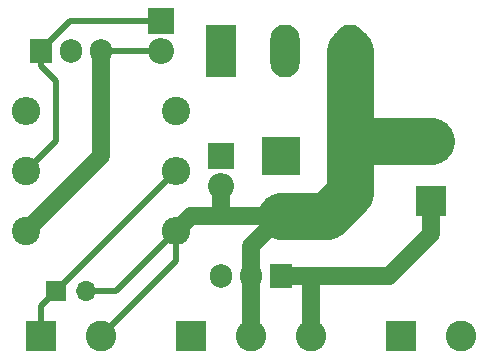
<source format=gbr>
G04 #@! TF.GenerationSoftware,KiCad,Pcbnew,(5.1.2)-1*
G04 #@! TF.CreationDate,2020-03-03T11:12:10+01:00*
G04 #@! TF.ProjectId,Flyback driver Cool-Tip,466c7962-6163-46b2-9064-726976657220,v0.1.3*
G04 #@! TF.SameCoordinates,Original*
G04 #@! TF.FileFunction,Copper,L2,Bot*
G04 #@! TF.FilePolarity,Positive*
%FSLAX46Y46*%
G04 Gerber Fmt 4.6, Leading zero omitted, Abs format (unit mm)*
G04 Created by KiCad (PCBNEW (5.1.2)-1) date 2020-03-03 11:12:10*
%MOMM*%
%LPD*%
G04 APERTURE LIST*
%ADD10O,1.700000X1.700000*%
%ADD11R,1.700000X1.700000*%
%ADD12O,2.200000X2.200000*%
%ADD13R,2.200000X2.200000*%
%ADD14O,2.400000X2.400000*%
%ADD15C,2.400000*%
%ADD16C,2.600000*%
%ADD17R,2.600000X2.600000*%
%ADD18O,3.200000X3.200000*%
%ADD19R,3.200000X3.200000*%
%ADD20O,2.500000X4.500000*%
%ADD21R,2.500000X4.500000*%
%ADD22R,1.905000X2.000000*%
%ADD23O,1.905000X2.000000*%
%ADD24C,0.500000*%
%ADD25C,4.000000*%
%ADD26C,1.500000*%
G04 APERTURE END LIST*
D10*
X106680000Y-100330000D03*
D11*
X104140000Y-100330000D03*
D12*
X113030000Y-80010000D03*
D13*
X113030000Y-77470000D03*
D12*
X118110000Y-91440000D03*
D13*
X118110000Y-88900000D03*
D14*
X114300000Y-95250000D03*
D15*
X101600000Y-95250000D03*
D14*
X114300000Y-90170000D03*
D15*
X101600000Y-90170000D03*
D16*
X107950000Y-104140000D03*
D17*
X102870000Y-104140000D03*
D18*
X123190000Y-93980000D03*
D19*
X123190000Y-88900000D03*
D20*
X129010000Y-80010000D03*
X123560000Y-80010000D03*
D21*
X118110000Y-80010000D03*
D16*
X135890000Y-87630000D03*
D17*
X135890000Y-92710000D03*
D16*
X138430000Y-104140000D03*
D17*
X133350000Y-104140000D03*
D22*
X102870000Y-80010000D03*
D23*
X105410000Y-80010000D03*
X107950000Y-80010000D03*
D15*
X114300000Y-85090000D03*
D14*
X101600000Y-85090000D03*
D17*
X115570000Y-104140000D03*
D16*
X120650000Y-104140000D03*
X125730000Y-104140000D03*
D22*
X123190000Y-99060000D03*
D23*
X120650000Y-99060000D03*
X118110000Y-99060000D03*
D24*
X107950000Y-104140000D02*
X109249999Y-102840001D01*
D25*
X127070002Y-93980000D02*
X123190000Y-93980000D01*
X129010000Y-92040002D02*
X127070002Y-93980000D01*
X129540000Y-87630000D02*
X129010000Y-88160000D01*
X135890000Y-87630000D02*
X129540000Y-87630000D01*
X129010000Y-92040002D02*
X129010000Y-88160000D01*
X129010000Y-88160000D02*
X129010000Y-80010000D01*
D24*
X114300000Y-97790000D02*
X109249999Y-102840001D01*
X114300000Y-95250000D02*
X114300000Y-97790000D01*
D26*
X115570000Y-93980000D02*
X114300000Y-95250000D01*
X120650000Y-96520000D02*
X123190000Y-93980000D01*
X120650000Y-104140000D02*
X120650000Y-96520000D01*
X118110000Y-91440000D02*
X118110000Y-93980000D01*
X123190000Y-93980000D02*
X118110000Y-93980000D01*
X118110000Y-93980000D02*
X115570000Y-93980000D01*
D24*
X109220000Y-100330000D02*
X114300000Y-95250000D01*
X109220000Y-100330000D02*
X106680000Y-100330000D01*
D26*
X135890000Y-95510000D02*
X135890000Y-92710000D01*
X132340000Y-99060000D02*
X135890000Y-95510000D01*
X125730000Y-104140000D02*
X125730000Y-99060000D01*
X123190000Y-99060000D02*
X125730000Y-99060000D01*
X125730000Y-99060000D02*
X132340000Y-99060000D01*
D24*
X102870000Y-104140000D02*
X102870000Y-101600000D01*
X114300000Y-90170000D02*
X104140000Y-100330000D01*
X102870000Y-101600000D02*
X104140000Y-100330000D01*
X102870000Y-81280000D02*
X102870000Y-80010000D01*
X104140000Y-82550000D02*
X102870000Y-81280000D01*
X104140000Y-87630000D02*
X101600000Y-90170000D01*
X104140000Y-82550000D02*
X104140000Y-87630000D01*
X102870000Y-79962500D02*
X102870000Y-80010000D01*
X105362500Y-77470000D02*
X102870000Y-79962500D01*
X113030000Y-77470000D02*
X105362500Y-77470000D01*
D26*
X107950000Y-88900000D02*
X107950000Y-80010000D01*
X101600000Y-95250000D02*
X107950000Y-88900000D01*
D24*
X113030000Y-80010000D02*
X107950000Y-80010000D01*
M02*

</source>
